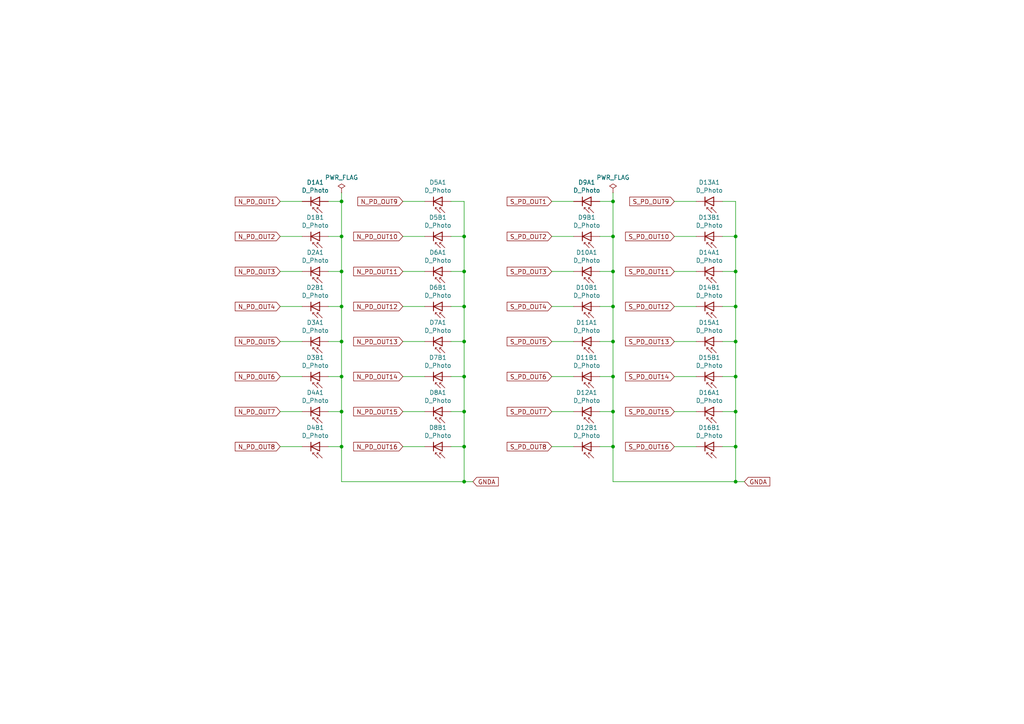
<source format=kicad_sch>
(kicad_sch (version 20211123) (generator eeschema)
  (paper "A4")
  (lib_symbols
    (symbol "Device:D_Photo" (pin_numbers hide) (pin_names hide)
      (property "Reference" "D" (at 0.508 1.778 0))
      (property "Value" "D_Photo" (at -1.016 -2.794 0))
      (symbol "D_Photo_0_1"
        (polyline (pts (xy -2.54 1.27) (xy -2.54 -1.27)) (stroke (width 0.254)))
        (polyline (pts (xy -2.032 1.778) (xy -1.524 1.778)))
        (polyline (pts (xy 0 0) (xy -2.54 0)))
        (polyline (pts (xy -0.508 3.302) (xy -2.032 1.778) (xy -2.032 2.286)))
        (polyline (pts (xy 0 -1.27) (xy 0 1.27) (xy -2.54 0) (xy 0 -1.27)) (stroke (width 0.254)))
        (polyline (pts (xy 0.762 3.302) (xy -0.762 1.778) (xy -0.762 2.286) (xy -0.762 1.778) (xy -0.254 1.778)))
      )
      (symbol "D_Photo_1_1"
        (pin passive line (at -5.08 0 0) (length 2.54) (name "K") (number "1"))
        (pin passive line (at 2.54 0 180) (length 2.54) (name "A") (number "2"))
      )
    )
    (symbol "power:PWR_FLAG" (power) (pin_numbers hide) (pin_names (offset 0) hide)
      (property "Value" "PWR_FLAG" (at 0 3.81 0))
      (symbol "PWR_FLAG_0_0"
        (pin power_out line (at 0 0 90) (length 0) (name "pwr") (number "1"))
      )
      (symbol "PWR_FLAG_0_1"
        (polyline (pts (xy 0 0) (xy 0 1.27) (xy -1.016 1.905) (xy 0 2.54) (xy 1.016 1.905) (xy 0 1.27)))
      )
    )
  )
  (junction (at 134.62 68.58))
  (junction (at 177.8 119.38))
  (junction (at 99.06 78.74))
  (junction (at 177.8 109.22))
  (junction (at 177.8 129.54))
  (junction (at 99.06 109.22))
  (junction (at 134.62 119.38))
  (junction (at 213.36 88.9))
  (junction (at 213.36 78.74))
  (junction (at 134.62 78.74))
  (junction (at 134.62 129.54))
  (junction (at 99.06 119.38))
  (junction (at 99.06 129.54))
  (junction (at 177.8 68.58))
  (junction (at 134.62 88.9))
  (junction (at 134.62 109.22))
  (junction (at 213.36 129.54))
  (junction (at 134.62 99.06))
  (junction (at 213.36 139.7))
  (junction (at 213.36 99.06))
  (junction (at 99.06 58.42))
  (junction (at 99.06 68.58))
  (junction (at 213.36 119.38))
  (junction (at 134.62 139.7))
  (junction (at 177.8 99.06))
  (junction (at 177.8 78.74))
  (junction (at 213.36 109.22))
  (junction (at 177.8 88.9))
  (junction (at 177.8 58.42))
  (junction (at 213.36 68.58))
  (junction (at 99.06 88.9))
  (junction (at 99.06 99.06))
  (wire (pts (xy 160.02 99.06) (xy 166.37 99.06)))
  (wire (pts (xy 209.55 119.38) (xy 213.36 119.38)))
  (wire (pts (xy 130.81 58.42) (xy 134.62 58.42)))
  (wire (pts (xy 195.58 68.58) (xy 201.93 68.58)))
  (wire (pts (xy 177.8 58.42) (xy 177.8 68.58)))
  (wire (pts (xy 130.81 78.74) (xy 134.62 78.74)))
  (wire (pts (xy 81.28 109.22) (xy 87.63 109.22)))
  (wire (pts (xy 160.02 109.22) (xy 166.37 109.22)))
  (wire (pts (xy 213.36 139.7) (xy 177.8 139.7)))
  (wire (pts (xy 95.25 109.22) (xy 99.06 109.22)))
  (wire (pts (xy 213.36 99.06) (xy 213.36 109.22)))
  (wire (pts (xy 95.25 129.54) (xy 99.06 129.54)))
  (wire (pts (xy 81.28 119.38) (xy 87.63 119.38)))
  (wire (pts (xy 213.36 58.42) (xy 213.36 68.58)))
  (wire (pts (xy 160.02 119.38) (xy 166.37 119.38)))
  (wire (pts (xy 130.81 109.22) (xy 134.62 109.22)))
  (wire (pts (xy 134.62 129.54) (xy 134.62 139.7)))
  (wire (pts (xy 137.16 139.7) (xy 134.62 139.7)))
  (wire (pts (xy 160.02 129.54) (xy 166.37 129.54)))
  (wire (pts (xy 173.99 109.22) (xy 177.8 109.22)))
  (wire (pts (xy 213.36 129.54) (xy 213.36 139.7)))
  (wire (pts (xy 209.55 78.74) (xy 213.36 78.74)))
  (wire (pts (xy 99.06 99.06) (xy 99.06 109.22)))
  (wire (pts (xy 130.81 88.9) (xy 134.62 88.9)))
  (wire (pts (xy 95.25 68.58) (xy 99.06 68.58)))
  (wire (pts (xy 177.8 109.22) (xy 177.8 119.38)))
  (wire (pts (xy 116.84 109.22) (xy 123.19 109.22)))
  (wire (pts (xy 160.02 58.42) (xy 166.37 58.42)))
  (wire (pts (xy 195.58 109.22) (xy 201.93 109.22)))
  (wire (pts (xy 213.36 88.9) (xy 213.36 99.06)))
  (wire (pts (xy 195.58 58.42) (xy 201.93 58.42)))
  (wire (pts (xy 195.58 119.38) (xy 201.93 119.38)))
  (wire (pts (xy 99.06 55.88) (xy 99.06 58.42)))
  (wire (pts (xy 177.8 88.9) (xy 177.8 99.06)))
  (wire (pts (xy 134.62 88.9) (xy 134.62 99.06)))
  (wire (pts (xy 99.06 109.22) (xy 99.06 119.38)))
  (wire (pts (xy 213.36 78.74) (xy 213.36 88.9)))
  (wire (pts (xy 116.84 99.06) (xy 123.19 99.06)))
  (wire (pts (xy 134.62 99.06) (xy 134.62 109.22)))
  (wire (pts (xy 81.28 99.06) (xy 87.63 99.06)))
  (wire (pts (xy 116.84 68.58) (xy 123.19 68.58)))
  (wire (pts (xy 99.06 78.74) (xy 99.06 88.9)))
  (wire (pts (xy 173.99 68.58) (xy 177.8 68.58)))
  (wire (pts (xy 130.81 129.54) (xy 134.62 129.54)))
  (wire (pts (xy 195.58 78.74) (xy 201.93 78.74)))
  (wire (pts (xy 81.28 58.42) (xy 87.63 58.42)))
  (wire (pts (xy 81.28 68.58) (xy 87.63 68.58)))
  (wire (pts (xy 215.9 139.7) (xy 213.36 139.7)))
  (wire (pts (xy 177.8 129.54) (xy 177.8 139.7)))
  (wire (pts (xy 209.55 68.58) (xy 213.36 68.58)))
  (wire (pts (xy 213.36 119.38) (xy 213.36 129.54)))
  (wire (pts (xy 173.99 129.54) (xy 177.8 129.54)))
  (wire (pts (xy 116.84 88.9) (xy 123.19 88.9)))
  (wire (pts (xy 116.84 119.38) (xy 123.19 119.38)))
  (wire (pts (xy 134.62 78.74) (xy 134.62 88.9)))
  (wire (pts (xy 160.02 68.58) (xy 166.37 68.58)))
  (wire (pts (xy 177.8 99.06) (xy 177.8 109.22)))
  (wire (pts (xy 209.55 99.06) (xy 213.36 99.06)))
  (wire (pts (xy 173.99 58.42) (xy 177.8 58.42)))
  (wire (pts (xy 134.62 109.22) (xy 134.62 119.38)))
  (wire (pts (xy 177.8 78.74) (xy 177.8 88.9)))
  (wire (pts (xy 99.06 129.54) (xy 99.06 139.7)))
  (wire (pts (xy 99.06 58.42) (xy 99.06 68.58)))
  (wire (pts (xy 95.25 119.38) (xy 99.06 119.38)))
  (wire (pts (xy 134.62 139.7) (xy 99.06 139.7)))
  (wire (pts (xy 209.55 109.22) (xy 213.36 109.22)))
  (wire (pts (xy 177.8 55.88) (xy 177.8 58.42)))
  (wire (pts (xy 209.55 129.54) (xy 213.36 129.54)))
  (wire (pts (xy 81.28 78.74) (xy 87.63 78.74)))
  (wire (pts (xy 130.81 99.06) (xy 134.62 99.06)))
  (wire (pts (xy 195.58 88.9) (xy 201.93 88.9)))
  (wire (pts (xy 99.06 68.58) (xy 99.06 78.74)))
  (wire (pts (xy 209.55 58.42) (xy 213.36 58.42)))
  (wire (pts (xy 99.06 88.9) (xy 99.06 99.06)))
  (wire (pts (xy 95.25 88.9) (xy 99.06 88.9)))
  (wire (pts (xy 213.36 109.22) (xy 213.36 119.38)))
  (wire (pts (xy 116.84 78.74) (xy 123.19 78.74)))
  (wire (pts (xy 173.99 99.06) (xy 177.8 99.06)))
  (wire (pts (xy 134.62 58.42) (xy 134.62 68.58)))
  (wire (pts (xy 160.02 88.9) (xy 166.37 88.9)))
  (wire (pts (xy 99.06 119.38) (xy 99.06 129.54)))
  (wire (pts (xy 130.81 68.58) (xy 134.62 68.58)))
  (wire (pts (xy 134.62 119.38) (xy 134.62 129.54)))
  (wire (pts (xy 195.58 99.06) (xy 201.93 99.06)))
  (wire (pts (xy 173.99 88.9) (xy 177.8 88.9)))
  (wire (pts (xy 95.25 78.74) (xy 99.06 78.74)))
  (wire (pts (xy 81.28 129.54) (xy 87.63 129.54)))
  (wire (pts (xy 213.36 68.58) (xy 213.36 78.74)))
  (wire (pts (xy 134.62 68.58) (xy 134.62 78.74)))
  (wire (pts (xy 177.8 68.58) (xy 177.8 78.74)))
  (wire (pts (xy 173.99 78.74) (xy 177.8 78.74)))
  (wire (pts (xy 195.58 129.54) (xy 201.93 129.54)))
  (wire (pts (xy 160.02 78.74) (xy 166.37 78.74)))
  (wire (pts (xy 116.84 58.42) (xy 123.19 58.42)))
  (wire (pts (xy 177.8 119.38) (xy 177.8 129.54)))
  (wire (pts (xy 130.81 119.38) (xy 134.62 119.38)))
  (wire (pts (xy 95.25 99.06) (xy 99.06 99.06)))
  (wire (pts (xy 81.28 88.9) (xy 87.63 88.9)))
  (wire (pts (xy 116.84 129.54) (xy 123.19 129.54)))
  (wire (pts (xy 209.55 88.9) (xy 213.36 88.9)))
  (wire (pts (xy 173.99 119.38) (xy 177.8 119.38)))
  (wire (pts (xy 95.25 58.42) (xy 99.06 58.42)))
  (global_label "N_PD_OUT8" (shape input) (at 81.28 129.54 180) (property "Intersheet References" "${INTERSHEET_REFS}" (effects hide)))
  (global_label "GNDA" (shape input) (at 137.16 139.7 0) (property "Intersheet References" "${INTERSHEET_REFS}" (effects hide)))
  (global_label "GNDA" (shape input) (at 215.9 139.7 0) (property "Intersheet References" "${INTERSHEET_REFS}" (effects hide)))
  (global_label "N_PD_OUT7" (shape input) (at 81.28 119.38 180) (property "Intersheet References" "${INTERSHEET_REFS}" (effects hide)))
  (global_label "N_PD_OUT14" (shape input) (at 116.84 109.22 180) (property "Intersheet References" "${INTERSHEET_REFS}" (effects hide)))
  (global_label "S_PD_OUT1" (shape input) (at 160.02 58.42 180) (property "Intersheet References" "${INTERSHEET_REFS}" (effects hide)))
  (global_label "S_PD_OUT9" (shape input) (at 195.58 58.42 180) (property "Intersheet References" "${INTERSHEET_REFS}" (effects hide)))
  (global_label "N_PD_OUT1" (shape input) (at 81.28 58.42 180) (property "Intersheet References" "${INTERSHEET_REFS}" (effects hide)))
  (global_label "S_PD_OUT4" (shape input) (at 160.02 88.9 180) (property "Intersheet References" "${INTERSHEET_REFS}" (effects hide)))
  (global_label "S_PD_OUT16" (shape input) (at 195.58 129.54 180) (property "Intersheet References" "${INTERSHEET_REFS}" (effects hide)))
  (global_label "S_PD_OUT5" (shape input) (at 160.02 99.06 180) (property "Intersheet References" "${INTERSHEET_REFS}" (effects hide)))
  (global_label "N_PD_OUT11" (shape input) (at 116.84 78.74 180) (property "Intersheet References" "${INTERSHEET_REFS}" (effects hide)))
  (global_label "S_PD_OUT10" (shape input) (at 195.58 68.58 180) (property "Intersheet References" "${INTERSHEET_REFS}" (effects hide)))
  (global_label "S_PD_OUT11" (shape input) (at 195.58 78.74 180) (property "Intersheet References" "${INTERSHEET_REFS}" (effects hide)))
  (global_label "S_PD_OUT12" (shape input) (at 195.58 88.9 180) (property "Intersheet References" "${INTERSHEET_REFS}" (effects hide)))
  (global_label "S_PD_OUT8" (shape input) (at 160.02 129.54 180) (property "Intersheet References" "${INTERSHEET_REFS}" (effects hide)))
  (global_label "S_PD_OUT15" (shape input) (at 195.58 119.38 180) (property "Intersheet References" "${INTERSHEET_REFS}" (effects hide)))
  (global_label "N_PD_OUT2" (shape input) (at 81.28 68.58 180) (property "Intersheet References" "${INTERSHEET_REFS}" (effects hide)))
  (global_label "N_PD_OUT15" (shape input) (at 116.84 119.38 180) (property "Intersheet References" "${INTERSHEET_REFS}" (effects hide)))
  (global_label "N_PD_OUT6" (shape input) (at 81.28 109.22 180) (property "Intersheet References" "${INTERSHEET_REFS}" (effects hide)))
  (global_label "S_PD_OUT2" (shape input) (at 160.02 68.58 180) (property "Intersheet References" "${INTERSHEET_REFS}" (effects hide)))
  (global_label "N_PD_OUT13" (shape input) (at 116.84 99.06 180) (property "Intersheet References" "${INTERSHEET_REFS}" (effects hide)))
  (global_label "S_PD_OUT6" (shape input) (at 160.02 109.22 180) (property "Intersheet References" "${INTERSHEET_REFS}" (effects hide)))
  (global_label "N_PD_OUT4" (shape input) (at 81.28 88.9 180) (property "Intersheet References" "${INTERSHEET_REFS}" (effects hide)))
  (global_label "S_PD_OUT7" (shape input) (at 160.02 119.38 180) (property "Intersheet References" "${INTERSHEET_REFS}" (effects hide)))
  (global_label "N_PD_OUT12" (shape input) (at 116.84 88.9 180) (property "Intersheet References" "${INTERSHEET_REFS}" (effects hide)))
  (global_label "S_PD_OUT3" (shape input) (at 160.02 78.74 180) (property "Intersheet References" "${INTERSHEET_REFS}" (effects hide)))
  (global_label "N_PD_OUT10" (shape input) (at 116.84 68.58 180) (property "Intersheet References" "${INTERSHEET_REFS}" (effects hide)))
  (global_label "N_PD_OUT3" (shape input) (at 81.28 78.74 180) (property "Intersheet References" "${INTERSHEET_REFS}" (effects hide)))
  (global_label "S_PD_OUT14" (shape input) (at 195.58 109.22 180) (property "Intersheet References" "${INTERSHEET_REFS}" (effects hide)))
  (global_label "N_PD_OUT9" (shape input) (at 116.84 58.42 180) (property "Intersheet References" "${INTERSHEET_REFS}" (effects hide)))
  (global_label "N_PD_OUT16" (shape input) (at 116.84 129.54 180) (property "Intersheet References" "${INTERSHEET_REFS}" (effects hide)))
  (global_label "S_PD_OUT13" (shape input) (at 195.58 99.06 180) (property "Intersheet References" "${INTERSHEET_REFS}" (effects hide)))
  (global_label "N_PD_OUT5" (shape input) (at 81.28 99.06 180) (property "Intersheet References" "${INTERSHEET_REFS}" (effects hide)))
  (symbol (lib_id "Device:D_Photo") (at 128.27 58.42 0) (mirror x) (unit 1)
    (property "Reference" "D5A1" (at 127 52.9082 0))
    (property "Value" "D_Photo" (at 127 55.2196 0))
    (property "Footprint" "Diodes_SMD:D_1206" (effects hide))
  )
  (symbol (lib_id "Device:D_Photo") (at 171.45 78.74 0) (mirror x) (unit 1)
    (property "Reference" "D10A1" (at 170.18 73.2282 0))
    (property "Value" "D_Photo" (at 170.18 75.5396 0))
    (property "Footprint" "Diodes_SMD:D_1206" (effects hide))
  )
  (symbol (lib_id "Device:D_Photo") (at 207.01 129.54 0) (mirror x) (unit 1)
    (property "Reference" "D16B1" (at 205.74 124.0282 0))
    (property "Value" "D_Photo" (at 205.74 126.3396 0))
    (property "Footprint" "Diodes_SMD:D_1206" (effects hide))
  )
  (symbol (lib_id "Device:D_Photo") (at 128.27 68.58 0) (mirror x) (unit 1)
    (property "Reference" "D5B1" (at 127 63.0682 0))
    (property "Value" "D_Photo" (at 127 65.3796 0))
    (property "Footprint" "Diodes_SMD:D_1206" (effects hide))
  )
  (symbol (lib_id "power:PWR_FLAG") (at 99.06 55.88 0) (mirror y) (unit 1)
    (property "Reference" "#FLG0102" (effects hide))
    (property "Value" "PWR_FLAG" (at 99.06 51.4858 0))
  )
  (symbol (lib_id "Device:D_Photo") (at 171.45 68.58 0) (mirror x) (unit 1)
    (property "Reference" "D9B1" (at 170.18 63.0682 0))
    (property "Value" "D_Photo" (at 170.18 65.3796 0))
    (property "Footprint" "Diodes_SMD:D_1206" (effects hide))
  )
  (symbol (lib_id "Device:D_Photo") (at 92.71 78.74 0) (mirror x) (unit 1)
    (property "Reference" "D2A1" (at 91.44 73.2282 0))
    (property "Value" "D_Photo" (at 91.44 75.5396 0))
    (property "Footprint" "Diodes_SMD:D_1206" (effects hide))
  )
  (symbol (lib_id "Device:D_Photo") (at 171.45 109.22 0) (mirror x) (unit 1)
    (property "Reference" "D11B1" (at 170.18 103.7082 0))
    (property "Value" "D_Photo" (at 170.18 106.0196 0))
    (property "Footprint" "Diodes_SMD:D_1206" (effects hide))
  )
  (symbol (lib_id "Device:D_Photo") (at 128.27 88.9 0) (mirror x) (unit 1)
    (property "Reference" "D6B1" (at 127 83.3882 0))
    (property "Value" "D_Photo" (at 127 85.6996 0))
    (property "Footprint" "Diodes_SMD:D_1206" (effects hide))
  )
  (symbol (lib_id "Device:D_Photo") (at 92.71 99.06 0) (mirror x) (unit 1)
    (property "Reference" "D3A1" (at 91.44 93.5482 0))
    (property "Value" "D_Photo" (at 91.44 95.8596 0))
    (property "Footprint" "Diodes_SMD:D_1206" (effects hide))
  )
  (symbol (lib_id "Device:D_Photo") (at 128.27 129.54 0) (mirror x) (unit 1)
    (property "Reference" "D8B1" (at 127 124.0282 0))
    (property "Value" "D_Photo" (at 127 126.3396 0))
    (property "Footprint" "Diodes_SMD:D_1206" (effects hide))
  )
  (symbol (lib_id "Device:D_Photo") (at 171.45 58.42 0) (mirror x) (unit 1)
    (property "Reference" "D9A1" (at 170.18 52.9082 0))
    (property "Value" "D_Photo" (at 170.18 55.2196 0))
    (property "Footprint" "Diodes_SMD:D_1206" (effects hide))
  )
  (symbol (lib_id "Device:D_Photo") (at 171.45 99.06 0) (mirror x) (unit 1)
    (property "Reference" "D11A1" (at 170.18 93.5482 0))
    (property "Value" "D_Photo" (at 170.18 95.8596 0))
    (property "Footprint" "Diodes_SMD:D_1206" (effects hide))
  )
  (symbol (lib_id "Device:D_Photo") (at 128.27 109.22 0) (mirror x) (unit 1)
    (property "Reference" "D7B1" (at 127 103.7082 0))
    (property "Value" "D_Photo" (at 127 106.0196 0))
    (property "Footprint" "Diodes_SMD:D_1206" (effects hide))
  )
  (symbol (lib_id "Device:D_Photo") (at 171.45 119.38 0) (mirror x) (unit 1)
    (property "Reference" "D12A1" (at 170.18 113.8682 0))
    (property "Value" "D_Photo" (at 170.18 116.1796 0))
    (property "Footprint" "Diodes_SMD:D_1206" (effects hide))
  )
  (symbol (lib_id "Device:D_Photo") (at 128.27 99.06 0) (mirror x) (unit 1)
    (property "Reference" "D7A1" (at 127 93.5482 0))
    (property "Value" "D_Photo" (at 127 95.8596 0))
    (property "Footprint" "Diodes_SMD:D_1206" (effects hide))
  )
  (symbol (lib_id "Device:D_Photo") (at 207.01 68.58 0) (mirror x) (unit 1)
    (property "Reference" "D13B1" (at 205.74 63.0682 0))
    (property "Value" "D_Photo" (at 205.74 65.3796 0))
    (property "Footprint" "Diodes_SMD:D_1206" (effects hide))
  )
  (symbol (lib_id "Device:D_Photo") (at 207.01 88.9 0) (mirror x) (unit 1)
    (property "Reference" "D14B1" (at 205.74 83.3882 0))
    (property "Value" "D_Photo" (at 205.74 85.6996 0))
    (property "Footprint" "Diodes_SMD:D_1206" (effects hide))
  )
  (symbol (lib_id "Device:D_Photo") (at 92.71 68.58 0) (mirror x) (unit 1)
    (property "Reference" "D1B1" (at 91.44 63.0682 0))
    (property "Value" "D_Photo" (at 91.44 65.3796 0))
    (property "Footprint" "Diodes_SMD:D_1206" (effects hide))
  )
  (symbol (lib_id "Device:D_Photo") (at 171.45 129.54 0) (mirror x) (unit 1)
    (property "Reference" "D12B1" (at 170.18 124.0282 0))
    (property "Value" "D_Photo" (at 170.18 126.3396 0))
    (property "Footprint" "Diodes_SMD:D_1206" (effects hide))
  )
  (symbol (lib_id "Device:D_Photo") (at 92.71 88.9 0) (mirror x) (unit 1)
    (property "Reference" "D2B1" (at 91.44 83.3882 0))
    (property "Value" "D_Photo" (at 91.44 85.6996 0))
    (property "Footprint" "Diodes_SMD:D_1206" (effects hide))
  )
  (symbol (lib_id "Device:D_Photo") (at 207.01 58.42 0) (mirror x) (unit 1)
    (property "Reference" "D13A1" (at 205.74 52.9082 0))
    (property "Value" "D_Photo" (at 205.74 55.2196 0))
    (property "Footprint" "Diodes_SMD:D_1206" (effects hide))
  )
  (symbol (lib_id "Device:D_Photo") (at 207.01 99.06 0) (mirror x) (unit 1)
    (property "Reference" "D15A1" (at 205.74 93.5482 0))
    (property "Value" "D_Photo" (at 205.74 95.8596 0))
    (property "Footprint" "Diodes_SMD:D_1206" (effects hide))
  )
  (symbol (lib_id "Device:D_Photo") (at 128.27 78.74 0) (mirror x) (unit 1)
    (property "Reference" "D6A1" (at 127 73.2282 0))
    (property "Value" "D_Photo" (at 127 75.5396 0))
    (property "Footprint" "Diodes_SMD:D_1206" (effects hide))
  )
  (symbol (lib_id "Device:D_Photo") (at 207.01 119.38 0) (mirror x) (unit 1)
    (property "Reference" "D16A1" (at 205.74 113.8682 0))
    (property "Value" "D_Photo" (at 205.74 116.1796 0))
    (property "Footprint" "Diodes_SMD:D_1206" (effects hide))
  )
  (symbol (lib_id "Device:D_Photo") (at 92.71 109.22 0) (mirror x) (unit 1)
    (property "Reference" "D3B1" (at 91.44 103.7082 0))
    (property "Value" "D_Photo" (at 91.44 106.0196 0))
    (property "Footprint" "Diodes_SMD:D_1206" (effects hide))
  )
  (symbol (lib_id "Device:D_Photo") (at 92.71 129.54 0) (mirror x) (unit 1)
    (property "Reference" "D4B1" (at 91.44 124.0282 0))
    (property "Value" "D_Photo" (at 91.44 126.3396 0))
    (property "Footprint" "Diodes_SMD:D_1206" (effects hide))
  )
  (symbol (lib_id "Device:D_Photo") (at 92.71 119.38 0) (mirror x) (unit 1)
    (property "Reference" "D4A1" (at 91.44 113.8682 0))
    (property "Value" "D_Photo" (at 91.44 116.1796 0))
    (property "Footprint" "Diodes_SMD:D_1206" (effects hide))
  )
  (symbol (lib_id "Device:D_Photo") (at 207.01 109.22 0) (mirror x) (unit 1)
    (property "Reference" "D15B1" (at 205.74 103.7082 0))
    (property "Value" "D_Photo" (at 205.74 106.0196 0))
    (property "Footprint" "Diodes_SMD:D_1206" (effects hide))
  )
  (symbol (lib_id "Device:D_Photo") (at 92.71 58.42 0) (mirror x) (unit 1)
    (property "Reference" "D1A1" (at 91.44 52.9082 0))
    (property "Value" "D_Photo" (at 91.44 55.2196 0))
    (property "Footprint" "Diodes_SMD:D_1206" (effects hide))
  )
  (symbol (lib_id "Device:D_Photo") (at 171.45 88.9 0) (mirror x) (unit 1)
    (property "Reference" "D10B1" (at 170.18 83.3882 0))
    (property "Value" "D_Photo" (at 170.18 85.6996 0))
    (property "Footprint" "Diodes_SMD:D_1206" (effects hide))
  )
  (symbol (lib_id "power:PWR_FLAG") (at 177.8 55.88 0) (mirror y) (unit 1)
    (property "Reference" "#FLG0101" (effects hide))
    (property "Value" "PWR_FLAG" (at 177.8 51.4858 0))
  )
  (symbol (lib_id "Device:D_Photo") (at 207.01 78.74 0) (mirror x) (unit 1)
    (property "Reference" "D14A1" (at 205.74 73.2282 0))
    (property "Value" "D_Photo" (at 205.74 75.5396 0))
    (property "Footprint" "Diodes_SMD:D_1206" (effects hide))
  )
  (symbol (lib_id "Device:D_Photo") (at 128.27 119.38 0) (mirror x) (unit 1)
    (property "Reference" "D8A1" (at 127 113.8682 0))
    (property "Value" "D_Photo" (at 127 116.1796 0))
    (property "Footprint" "Diodes_SMD:D_1206" (effects hide))
  )
)
</source>
